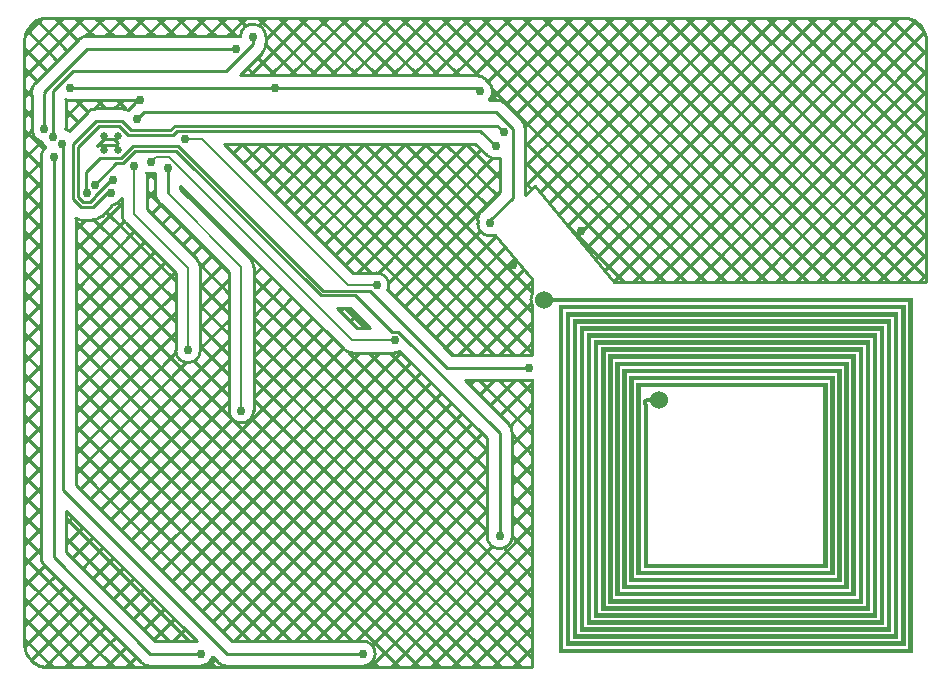
<source format=gbl>
G04 Layer_Physical_Order=2*
G04 Layer_Color=16711680*
%FSLAX25Y25*%
%MOIN*%
G70*
G01*
G75*
%ADD11C,0.01000*%
%ADD56C,0.06000*%
%ADD57C,0.02598*%
%ADD58C,0.03017*%
%ADD59C,0.00800*%
%ADD60C,0.01181*%
%ADD61C,0.00050*%
G36*
X335216Y44390D02*
X217500D01*
Y160138D01*
X332854D01*
Y46752D01*
X219862D01*
Y157776D01*
X330492D01*
Y49114D01*
X222224D01*
Y155413D01*
X328130D01*
Y51476D01*
X224587D01*
Y153051D01*
X325768D01*
Y53839D01*
X226949D01*
Y150689D01*
X323406D01*
Y56201D01*
X229311D01*
Y148327D01*
X321043D01*
Y58563D01*
X231673D01*
Y145965D01*
X318681D01*
Y60925D01*
X234035D01*
Y143602D01*
X316319D01*
Y63287D01*
X236398D01*
Y141240D01*
X313957D01*
Y65650D01*
X238760D01*
Y138878D01*
X311595D01*
Y68012D01*
X241122D01*
Y136516D01*
X309232D01*
Y70374D01*
X243484D01*
Y134153D01*
X306870D01*
Y72736D01*
X245847D01*
Y127067D01*
X247028D01*
Y73917D01*
X305689D01*
Y132972D01*
X244665D01*
Y71555D01*
X308051D01*
Y135335D01*
X242303D01*
Y69193D01*
X310413D01*
Y137697D01*
X239941D01*
Y66831D01*
X312776D01*
Y140059D01*
X237579D01*
Y64468D01*
X315138D01*
Y142421D01*
X235216D01*
Y62106D01*
X317500D01*
Y144783D01*
X232854D01*
Y59744D01*
X319862D01*
Y147146D01*
X230492D01*
Y57382D01*
X322224D01*
Y149508D01*
X228130D01*
Y55020D01*
X324587D01*
Y151870D01*
X225768D01*
Y52658D01*
X326949D01*
Y154232D01*
X223406D01*
Y50295D01*
X329311D01*
Y156595D01*
X221043D01*
Y47933D01*
X331673D01*
Y158957D01*
X218681D01*
Y45571D01*
X334035D01*
Y161319D01*
X217500D01*
Y162500D01*
X335216D01*
Y44390D01*
D02*
G37*
D11*
X206408Y218763D02*
G03*
X205178Y221733I-4200J0D01*
G01*
X199641Y227270D02*
G03*
X196672Y228500I-2970J-2970D01*
G01*
X199641Y227270D02*
G03*
X196672Y228500I-2970J-2970D01*
G01*
X206408Y218763D02*
G03*
X205178Y221733I-4200J0D01*
G01*
X193070Y235470D02*
G03*
X190100Y236700I-2970J-2970D01*
G01*
X193070Y235470D02*
G03*
X190100Y236700I-2970J-2970D01*
G01*
X195522Y231278D02*
G03*
X194292Y234248I-4200J0D01*
G01*
X119900Y249500D02*
G03*
X111500Y249500I-4200J0D01*
G01*
X118670Y244130D02*
G03*
X119900Y247100I-2970J2970D01*
G01*
X118670Y244130D02*
G03*
X119900Y247100I-2970J2970D01*
G01*
X111500Y249423D02*
G03*
X110000Y249700I-1500J-3923D01*
G01*
X193530Y210030D02*
G03*
X198008Y209080I2970J2970D01*
G01*
X194472Y228500D02*
G03*
X195522Y231278I-3150J2778D01*
G01*
X191730Y191370D02*
G03*
X190500Y188400I2970J-2970D01*
G01*
X191730Y191370D02*
G03*
X190500Y188400I2970J-2970D01*
G01*
Y187300D02*
G03*
X196408Y183463I4200J0D01*
G01*
X115860Y172740D02*
G03*
X114659Y175639I-4100J0D01*
G01*
X115860Y172740D02*
G03*
X114659Y175639I-4100J0D01*
G01*
X208800Y163920D02*
G03*
X208800Y159899I3791J-2010D01*
G01*
Y143279D02*
G03*
X207800Y143400I-1000J-4079D01*
G01*
Y135000D02*
G03*
X208800Y135121I0J4200D01*
G01*
X202100Y117365D02*
G03*
X200870Y120335I-4200J0D01*
G01*
X202100Y117365D02*
G03*
X200870Y120335I-4200J0D01*
G01*
X193700Y83100D02*
G03*
X202100Y83100I4200J0D01*
G01*
X160578Y164938D02*
G03*
X160967Y166681I-3711J1743D01*
G01*
D02*
G03*
X156867Y170781I-4100J0D01*
G01*
X162993Y144200D02*
G03*
X164736Y144589I0J4100D01*
G01*
X145872Y145401D02*
G03*
X148772Y144200I2899J2899D01*
G01*
X145872Y145401D02*
G03*
X148772Y144200I2899J2899D01*
G01*
X152200Y39700D02*
G03*
X156400Y43900I0J4200D01*
G01*
D02*
G03*
X152200Y48100I-4200J0D01*
G01*
X107660Y124899D02*
G03*
X115860Y124899I4100J0D01*
G01*
X104030Y40930D02*
G03*
X107000Y39700I2970J2970D01*
G01*
X104030Y40930D02*
G03*
X107000Y39700I2970J2970D01*
G01*
X78119Y228300D02*
G03*
X76430Y227270I1281J-4000D01*
G01*
X78119Y228300D02*
G03*
X76430Y227270I1281J-4000D01*
G01*
X80200Y204125D02*
G03*
X83000Y203979I1600J3775D01*
G01*
X74121Y224960D02*
G03*
X71894Y225599I-2227J-3561D01*
G01*
X74121Y224960D02*
G03*
X71894Y225599I-2227J-3561D01*
G01*
X63478D02*
G03*
X60508Y224369I0J-4200D01*
G01*
X64787Y213360D02*
G03*
X63808Y213244I0J-4200D01*
G01*
X64787Y213360D02*
G03*
X63808Y213244I0J-4200D01*
G01*
X83000Y197300D02*
G03*
X84945Y193757I4200J0D01*
G01*
X98100Y172400D02*
G03*
X96899Y175299I-4100J0D01*
G01*
X98100Y172400D02*
G03*
X96899Y175299I-4100J0D01*
G01*
X72000Y190300D02*
G03*
X73201Y187401I4100J0D01*
G01*
X68800Y193343D02*
G03*
X72000Y195711I-600J4157D01*
G01*
X62209Y188492D02*
G03*
X65179Y189722I0J4200D01*
G01*
X62209Y188492D02*
G03*
X65179Y189722I0J4200D01*
G01*
X72000Y190300D02*
G03*
X73201Y187401I4100J0D01*
G01*
X60400Y249700D02*
G03*
X57430Y248470I0J-4200D01*
G01*
X60400Y249700D02*
G03*
X57430Y248470I0J-4200D01*
G01*
X43030Y234070D02*
G03*
X41900Y230189I2970J-2970D01*
G01*
X43030Y234070D02*
G03*
X41900Y230189I2970J-2970D01*
G01*
X63478Y225599D02*
G03*
X60508Y224369I0J-4200D01*
G01*
X53200Y228506D02*
G03*
X54500Y228300I1300J3994D01*
G01*
X54361Y218223D02*
G03*
X53200Y218737I-2261J-3539D01*
G01*
X54361Y218223D02*
G03*
X53200Y218737I-2261J-3539D01*
G01*
X56608Y188889D02*
G03*
X58391Y188492I1783J3803D01*
G01*
X56608Y188889D02*
G03*
X58391Y188492I1783J3803D01*
G01*
X46570Y212575D02*
G03*
X45000Y209300I2630J-3274D01*
G01*
X45066Y214529D02*
G03*
X46570Y212575I3934J1471D01*
G01*
X41900Y218600D02*
G03*
X45066Y214529I4200J0D01*
G01*
X89900Y145000D02*
G03*
X98100Y145000I4100J0D01*
G01*
X98200Y39700D02*
G03*
X102233Y42727I0J4200D01*
G01*
X78430Y40930D02*
G03*
X81400Y39700I2970J2970D01*
G01*
X78430Y40930D02*
G03*
X81400Y39700I2970J2970D01*
G01*
X45000Y76100D02*
G03*
X46230Y73130I4200J0D01*
G01*
X45000Y76100D02*
G03*
X46230Y73130I4200J0D01*
G01*
X314305Y255906D02*
X340000Y230211D01*
X307517Y255906D02*
X340000Y223423D01*
X300729Y255906D02*
X340000Y216635D01*
X293941Y255906D02*
X340000Y209846D01*
X287153Y255906D02*
X340000Y203058D01*
X332126Y255906D02*
X332621Y255890D01*
X327882Y255906D02*
X340000Y243788D01*
X321094Y255906D02*
X340000Y236999D01*
X333113Y255843D02*
X333602Y255766D01*
X332621Y255890D02*
X333113Y255843D01*
X273576Y255906D02*
X340000Y189482D01*
X266788Y255906D02*
X340000Y182693D01*
X253211Y255906D02*
X340000Y169117D01*
X280364Y255906D02*
X340000Y196270D01*
X260000Y255906D02*
X340000Y175905D01*
X226723Y179206D02*
X303423Y255906D01*
X229786Y175480D02*
X310211Y255906D01*
X223661Y182931D02*
X296635Y255906D01*
X235911Y168029D02*
X323788Y255906D01*
X232849Y171755D02*
X317000Y255906D01*
X206267Y219844D02*
X242329Y255906D01*
X206408Y213196D02*
X249117Y255906D01*
X203273Y223638D02*
X235541Y255906D01*
X206408Y206408D02*
X255906Y255906D01*
X206408Y206408D02*
X255906Y255906D01*
X189182Y236700D02*
X208388Y255906D01*
X193905Y234634D02*
X215176Y255906D01*
X182394Y236700D02*
X201600Y255906D01*
X199879Y227032D02*
X228753Y255906D01*
X194559Y228500D02*
X221964Y255906D01*
X214473Y194108D02*
X276270Y255906D01*
X217535Y190382D02*
X283058Y255906D01*
X192117D02*
X280223Y167800D01*
X220598Y186657D02*
X289847Y255906D01*
X198906D02*
X287011Y167800D01*
X206408Y199620D02*
X262694Y255906D01*
X178541D02*
X266647Y167800D01*
X211410Y197833D02*
X269482Y255906D01*
X185329D02*
X273435Y167800D01*
X337516Y253771D02*
X337866Y253422D01*
X338193Y253050D01*
X337145Y254098D02*
X337516Y253771D01*
X338496Y252660D02*
X338774Y252251D01*
X338193Y253050D02*
X338496Y252660D01*
X335479Y255156D02*
X335919Y254931D01*
X336345Y254680D01*
X335024Y255353D02*
X335479Y255156D01*
X336754Y254402D02*
X337145Y254098D01*
X336345Y254680D02*
X336754Y254402D01*
X339753Y249990D02*
X339861Y249507D01*
X339938Y249019D01*
X339615Y250465D02*
X339753Y249990D01*
X339985Y248526D02*
X340000Y248031D01*
X339938Y249019D02*
X339985Y248526D01*
X338774Y252251D02*
X339026Y251825D01*
X339251Y251384D01*
X335374Y255202D02*
X339296Y251280D01*
X339447Y250930D02*
X339615Y250465D01*
X339251Y251384D02*
X339447Y250930D01*
X334084Y255658D02*
X334559Y255520D01*
X335024Y255353D01*
X333602Y255766D02*
X334084Y255658D01*
X206408Y200885D02*
X208522Y198771D01*
X199641Y227270D02*
X205178Y221733D01*
X198008Y197648D02*
Y209080D01*
X256047Y167800D02*
X339366Y251119D01*
X262835Y167800D02*
X340000Y244965D01*
X249259Y167800D02*
X336215Y254757D01*
X269623Y167800D02*
X340000Y238176D01*
X220419Y186874D02*
X239493Y167800D01*
X209741Y199863D02*
X236100Y167800D01*
X206408Y196877D02*
Y218763D01*
Y196877D02*
X209741Y199863D01*
X196408Y183463D02*
X208800Y168860D01*
X162030Y236700D02*
X181235Y255906D01*
X164964D02*
X184170Y236700D01*
X158176Y255906D02*
X177382Y236700D01*
X175606D02*
X194811Y255906D01*
X168818Y236700D02*
X188023Y255906D01*
X131023D02*
X150229Y236700D01*
X148453D02*
X167658Y255906D01*
X128088Y236700D02*
X147294Y255906D01*
X155241Y236700D02*
X174447Y255906D01*
X151388D02*
X170594Y236700D01*
X171753Y255906D02*
X191072Y236586D01*
X193070Y235470D02*
X194292Y234248D01*
X134877Y236700D02*
X154082Y255906D01*
X137812D02*
X157017Y236700D01*
X124235Y255906D02*
X143441Y236700D01*
X144600Y255906D02*
X163805Y236700D01*
X141665D02*
X160870Y255906D01*
X117520Y253285D02*
X120141Y255906D01*
X119900Y248876D02*
X126929Y255906D01*
X110659D02*
X113492Y253073D01*
X107147Y249700D02*
X113353Y255906D01*
X103871D02*
X110077Y249699D01*
X119900Y247100D02*
Y249500D01*
X117447Y255906D02*
X136653Y236700D01*
X121300D02*
X140506Y255906D01*
X114512Y236700D02*
X133717Y255906D01*
X123100Y236700D02*
X190100D01*
X119879Y246685D02*
X129864Y236700D01*
X117158Y242618D02*
X123076Y236700D01*
X111240D02*
X118670Y244130D01*
X113764Y239224D02*
X116288Y236700D01*
X111240D02*
X123100D01*
X194472Y228500D02*
X196672D01*
X186597Y213908D02*
X198008Y202497D01*
X179809Y213908D02*
X197039Y196678D01*
X191730Y191370D02*
X198008Y197648D01*
X189652Y213908D02*
X193530Y210030D01*
X173021Y213908D02*
X193645Y193284D01*
X166232Y213908D02*
X190645Y189495D01*
X157192Y170768D02*
X195377Y208953D01*
X150416Y170781D02*
X191598Y211963D01*
X190500Y187300D02*
Y188400D01*
X146323Y173476D02*
X186755Y213908D01*
X142929Y176870D02*
X179967Y213908D01*
X149017Y170781D02*
X156867D01*
X139534Y180264D02*
X173179Y213908D01*
X125958Y193840D02*
X146026Y213908D01*
X129352Y190446D02*
X152814Y213908D01*
X122564Y197234D02*
X139238Y213908D01*
X132746Y187052D02*
X159602Y213908D01*
X105890D02*
X189652D01*
X115776Y204023D02*
X125661Y213908D01*
X119170Y200628D02*
X132450Y213908D01*
X112381Y207417D02*
X118873Y213908D01*
X108987Y210811D02*
X112085Y213908D01*
X104420Y185879D02*
X104907Y186366D01*
X136140Y183658D02*
X166391Y213908D01*
X111927D02*
X155054Y170781D01*
X105890Y213908D02*
X149017Y170781D01*
X115860Y170166D02*
X118484Y172790D01*
X111208Y179090D02*
X111696Y179578D01*
X107814Y182484D02*
X108301Y182972D01*
X114602Y175696D02*
X115090Y176184D01*
X303565Y167800D02*
X340000Y204235D01*
Y167800D02*
Y248031D01*
X296776Y167800D02*
X340000Y211024D01*
X337506Y167800D02*
X340000Y170294D01*
X323929Y167800D02*
X340000Y183871D01*
X276412Y167800D02*
X340000Y231388D01*
X283200Y167800D02*
X340000Y224600D01*
X242471Y167800D02*
X330576Y255906D01*
X317141Y167800D02*
X340000Y190659D01*
X310353Y167800D02*
X340000Y197447D01*
X246423Y255906D02*
X334529Y167800D01*
X289988D02*
X340000Y217812D01*
X239635Y255906D02*
X327741Y167800D01*
X330717D02*
X340000Y177083D01*
X236100Y167800D02*
X340000Y167800D01*
X226059Y255906D02*
X314164Y167800D01*
X232847Y255906D02*
X320952Y167800D01*
X219270Y255906D02*
X307376Y167800D01*
X212482Y255906D02*
X300588Y167800D01*
X208800Y143279D02*
Y159899D01*
X206408Y214462D02*
X253070Y167800D01*
X205694Y255906D02*
X293799Y167800D01*
X195408Y232250D02*
X259858Y167800D01*
X206408Y207673D02*
X246282Y167800D01*
X159444Y213908D02*
X208800Y164553D01*
X152656Y213908D02*
X208800Y157764D01*
X176334Y149181D02*
X202930Y175777D01*
X145868Y213908D02*
X208800Y150976D01*
Y163920D02*
Y168860D01*
X184129Y143400D02*
X208800Y168071D01*
X197706Y143400D02*
X208800Y154494D01*
X139080Y213908D02*
X208800Y144188D01*
X204494Y143400D02*
X208800Y147706D01*
X115860Y148881D02*
X208800Y55941D01*
X179728Y145787D02*
X206046Y172105D01*
X132291Y213908D02*
X202800Y143400D01*
X190918D02*
X208420Y160902D01*
X115860Y155669D02*
X208800Y62729D01*
X204412Y135000D02*
X208800Y130612D01*
X202100Y113853D02*
X208800Y120553D01*
X201295Y119837D02*
X208800Y127341D01*
X202100Y116947D02*
X208800Y110247D01*
X202100Y107065D02*
X208800Y113765D01*
X202100Y100277D02*
X208800Y106976D01*
X202100Y110159D02*
X208800Y103458D01*
X202100Y103370D02*
X208800Y96670D01*
Y39370D02*
Y135121D01*
X202100Y93488D02*
X208800Y100188D01*
X202100Y86700D02*
X208800Y93400D01*
X202100Y96582D02*
X208800Y89882D01*
X202100Y89794D02*
X208800Y83094D01*
X202100Y83100D02*
Y117365D01*
X202288Y39370D02*
X208800Y45882D01*
X202099Y83007D02*
X208800Y76306D01*
X197623Y135000D02*
X208800Y123823D01*
X190835Y135000D02*
X208800Y117035D01*
X186204Y135000D02*
X207800D01*
X199208Y79109D02*
X208800Y69517D01*
X197938Y123267D02*
X208800Y134130D01*
X194543Y126661D02*
X202882Y135000D01*
X186204D02*
X200870Y120335D01*
X182116Y143400D02*
X207800D01*
X115860Y135304D02*
X208800Y42364D01*
X181923Y39370D02*
X208800Y66247D01*
X115860Y142093D02*
X208800Y49153D01*
X195499Y39370D02*
X208800Y52671D01*
X188711Y39370D02*
X208800Y59459D01*
X161558Y39370D02*
X208800Y86612D01*
X115860Y128516D02*
X205006Y39370D01*
X175135D02*
X208800Y73035D01*
X168347Y39370D02*
X208800Y79824D01*
X162758Y162758D02*
X198008Y198008D01*
X162758Y162758D02*
X198008Y198008D01*
X160853Y167641D02*
X198008Y204797D01*
X172940Y152576D02*
X199814Y179449D01*
X169546Y155970D02*
X196698Y183121D01*
X166152Y159364D02*
X191440Y184652D01*
X148041Y154829D02*
X150136Y156924D01*
X147979Y159081D02*
X154660Y152400D01*
X160674Y165161D02*
X182435Y143400D01*
X164736Y144589D02*
X193700Y115625D01*
X160578Y164938D02*
X182116Y143400D01*
X161270Y144200D02*
X193700Y111770D01*
X154482Y144200D02*
X193700Y104982D01*
X152400Y152400D02*
X153530Y153530D01*
X152400Y152400D02*
X153530Y153530D01*
X150470Y152400D02*
X154660D01*
X148772Y144200D02*
X162993D01*
X143789Y159081D02*
X150470Y152400D01*
X146389Y159081D02*
X153070Y152400D01*
X125503Y213908D02*
X196011Y143400D01*
X115860Y156589D02*
X125272Y166001D01*
X115860Y149801D02*
X128666Y162607D01*
X115860Y163377D02*
X121878Y169395D01*
X144647Y158223D02*
X145504Y159081D01*
X143789D02*
X147979D01*
X118715Y213908D02*
X189223Y143400D01*
X115860Y169246D02*
X193700Y91406D01*
X115860Y162458D02*
X193700Y84617D01*
X147488Y144406D02*
X193700Y98194D01*
X115860Y129436D02*
X138848Y152425D01*
X115860Y124899D02*
Y172740D01*
X107660Y124899D02*
Y171042D01*
X115860Y136225D02*
X135454Y155819D01*
X115860Y143013D02*
X132060Y159213D01*
X191149Y130055D02*
X196094Y135000D01*
X193700Y83100D02*
Y115625D01*
X136347Y48100D02*
X193700Y105453D01*
X149924Y48100D02*
X193700Y91877D01*
X143135Y48100D02*
X193700Y98665D01*
X187755Y133449D02*
X189306Y135000D01*
X155322Y46710D02*
X193700Y85088D01*
X129559Y48100D02*
X193700Y112241D01*
X154770Y39370D02*
X195245Y79845D01*
X155525Y41334D02*
X157489Y39370D01*
X150370Y39700D02*
X150700Y39370D01*
X147982D02*
X148312Y39700D01*
X143582D02*
X143912Y39370D01*
X134405D02*
X134735Y39700D01*
X130006D02*
X130336Y39370D01*
X141193D02*
X141524Y39700D01*
X136794D02*
X137124Y39370D01*
X105573Y51267D02*
X181815Y127510D01*
X109194Y48100D02*
X185210Y124116D01*
X102179Y54661D02*
X178421Y130904D01*
X122771Y48100D02*
X191998Y117327D01*
X115982Y48100D02*
X188604Y120721D01*
X108740Y48100D02*
X152200D01*
X102233Y42727D02*
X104030Y40930D01*
X115086Y122502D02*
X198218Y39370D01*
X127617D02*
X127947Y39700D01*
X107000D02*
X152200D01*
X123217D02*
X123547Y39370D01*
X120829D02*
X121159Y39700D01*
X109641D02*
X109971Y39370D01*
X107252D02*
X107582Y39700D01*
X116429D02*
X116759Y39370D01*
X114041D02*
X114371Y39700D01*
X90294Y255906D02*
X96500Y249700D01*
X93571D02*
X99776Y255906D01*
X86782Y249700D02*
X92988Y255906D01*
X100359Y249700D02*
X106564Y255906D01*
X97082D02*
X103288Y249700D01*
X73206D02*
X79412Y255906D01*
X76718D02*
X82923Y249700D01*
X69929Y255906D02*
X76135Y249700D01*
X83506Y255906D02*
X89711Y249700D01*
X79994D02*
X86200Y255906D01*
X77170Y228300D02*
X77450Y228020D01*
X80200Y191998D02*
Y204125D01*
X74130Y224970D02*
X76430Y227270D01*
X70382Y228300D02*
X73339Y225343D01*
X69925Y213360D02*
X70687Y214121D01*
X60400Y249700D02*
X110000D01*
X66418D02*
X72623Y255906D01*
X47244D02*
X332126D01*
X69470Y225599D02*
X72171Y228300D01*
X54500D02*
X78119D01*
X63141Y255906D02*
X69347Y249700D01*
X63594Y228300D02*
X66295Y225599D01*
X59541Y249611D02*
X65835Y255906D01*
X63478Y225599D02*
X71894D01*
X62586Y225503D02*
X65382Y228300D01*
X65963Y215399D02*
X69409D01*
X70687Y214121D01*
X63808Y213244D02*
X65963Y215399D01*
X64787Y213360D02*
X69925D01*
X63930Y213271D02*
X66058Y215399D01*
X64441Y213877D02*
X64958Y213360D01*
X97632Y192667D02*
X98119Y193154D01*
X101026Y189273D02*
X101513Y189760D01*
X94237Y196061D02*
X94725Y196548D01*
X91976Y180223D02*
X95227Y183474D01*
X88582Y183617D02*
X91833Y186869D01*
X91400Y198898D02*
Y199873D01*
X83000Y197300D02*
Y203979D01*
X85187Y187011D02*
X88439Y190263D01*
X81793Y190405D02*
X85045Y193657D01*
X91400Y198898D02*
X114659Y175639D01*
X97917Y173613D02*
X107660Y163869D01*
X84945Y193757D02*
X107660Y171042D01*
X98100Y159194D02*
X107660Y168754D01*
X98100Y165982D02*
X105410Y173292D01*
X98085Y172755D02*
X102016Y176686D01*
X95370Y176829D02*
X98621Y180080D01*
X80200Y202388D02*
X81616Y203804D01*
X81271Y203834D02*
X83000Y202106D01*
X80200Y195600D02*
X83000Y198400D01*
X70651Y194090D02*
X72000Y192741D01*
Y190300D02*
Y195711D01*
X65179Y189722D02*
X68800Y193343D01*
X80200Y191998D02*
X96899Y175299D01*
X80200Y198117D02*
X107660Y170658D01*
X66705Y191248D02*
X89900Y168053D01*
X73201Y187401D02*
X89900Y170702D01*
X62650Y188515D02*
X89900Y161265D01*
X56608Y178797D02*
X72000Y194188D01*
X56608Y165220D02*
X75995Y184607D01*
X56608Y172008D02*
X72664Y188064D01*
X46750Y255890D02*
X47244Y255906D01*
X46257Y255843D02*
X46750Y255890D01*
X45769Y255766D02*
X46257Y255843D01*
X45286Y255658D02*
X45769Y255766D01*
X44811Y255520D02*
X45286Y255658D01*
X44346Y255353D02*
X44811Y255520D01*
X43892Y255156D02*
X44346Y255353D01*
X43451Y254931D02*
X43892Y255156D01*
X43025Y254680D02*
X43451Y254931D01*
X42616Y254402D02*
X43025Y254680D01*
X56353Y255906D02*
X62559Y249700D01*
X49565Y255906D02*
X57215Y248255D01*
X43030Y234070D02*
X57430Y248470D01*
X42225Y254098D02*
X42616Y254402D01*
X43649Y255033D02*
X53821Y244861D01*
X41854Y253771D02*
X42225Y254098D01*
X41504Y253422D02*
X41854Y253771D01*
X41177Y253050D02*
X41504Y253422D01*
X39643Y250078D02*
X45197Y255632D01*
X40874Y252660D02*
X41177Y253050D01*
X40596Y252251D02*
X40874Y252660D01*
X40344Y251825D02*
X40596Y252251D01*
X40119Y251384D02*
X40344Y251825D01*
X39923Y250930D02*
X40119Y251384D01*
X39755Y250465D02*
X39923Y250930D01*
X39617Y249990D02*
X39755Y250465D01*
X40251Y251643D02*
X50427Y241467D01*
X39370Y236229D02*
X59047Y255906D01*
X39370Y243017D02*
X52259Y255906D01*
X39370Y238947D02*
X43639Y234679D01*
X39370Y245736D02*
X47033Y238073D01*
X39509Y249507D02*
X39617Y249990D01*
X39432Y249019D02*
X39509Y249507D01*
X39386Y248526D02*
X39432Y249019D01*
X39370Y248031D02*
X39386Y248526D01*
X56806Y228300D02*
X60624Y224481D01*
X53200Y222906D02*
X58594Y228300D01*
X54361Y218223D02*
X60508Y224369D01*
X53200Y225117D02*
X57228Y221089D01*
X53200Y218737D02*
Y228506D01*
X41900Y218600D02*
Y230189D01*
X58391Y188492D02*
X62209D01*
X56608Y185585D02*
X59515Y188492D01*
X39370Y175135D02*
X45000Y180765D01*
X39370Y184642D02*
X45000Y179012D01*
X39370Y209076D02*
X44876Y214582D01*
X39370Y211794D02*
X45000Y206165D01*
X39370Y218583D02*
X45969Y211984D01*
X39370Y205006D02*
X45000Y199376D01*
X39370Y202288D02*
X45000Y207917D01*
X39370Y229440D02*
X41889Y231959D01*
X39370Y225371D02*
X41900Y222841D01*
X39370Y232159D02*
X41900Y229629D01*
X39370Y215864D02*
X41905Y218399D01*
X39370Y222652D02*
X41900Y225182D01*
X39370Y177853D02*
X45000Y172223D01*
X39370Y168347D02*
X45000Y173976D01*
X39370Y181923D02*
X45000Y187553D01*
X39370Y161558D02*
X45000Y167188D01*
X39370Y171065D02*
X45000Y165435D01*
X39370Y198218D02*
X45000Y192588D01*
X39370Y195499D02*
X45000Y201129D01*
X39370Y191430D02*
X45000Y185800D01*
X39370Y188711D02*
X45000Y194341D01*
X98100Y166641D02*
X107660Y157081D01*
X98100Y152406D02*
X107660Y161966D01*
X91400Y199873D02*
X145872Y145401D01*
X98100Y145618D02*
X107660Y155177D01*
X98100Y159853D02*
X107660Y150293D01*
X98100Y145000D02*
Y172400D01*
Y153065D02*
X107660Y143505D01*
X89900Y145000D02*
Y170702D01*
X98100Y146276D02*
X107660Y136716D01*
X85208Y71632D02*
X157776Y144200D01*
X88602Y68238D02*
X164845Y144480D01*
X81814Y75026D02*
X150988Y144200D01*
X95390Y61449D02*
X171633Y137692D01*
X91996Y64843D02*
X168239Y141086D01*
X78420Y78420D02*
X145637Y145637D01*
X78420Y78420D02*
X145637Y145637D01*
X75026Y81814D02*
X142243Y149031D01*
X96106Y141482D02*
X107660Y129928D01*
X64843Y91996D02*
X107660Y134813D01*
X56608Y180980D02*
X89900Y147688D01*
X56608Y131279D02*
X89900Y164570D01*
X56608Y187768D02*
X89900Y154476D01*
X56608Y110914D02*
X89965Y144271D01*
X56608Y117702D02*
X89900Y150994D01*
X56608Y151644D02*
X82783Y177819D01*
X56608Y144855D02*
X86177Y174424D01*
X56608Y158432D02*
X79389Y181213D01*
X56608Y124491D02*
X89900Y157782D01*
X56608Y138067D02*
X89571Y171030D01*
X56608Y167403D02*
X184642Y39370D01*
X56608Y160615D02*
X177853Y39370D01*
X56608Y174191D02*
X191430Y39370D01*
X56608Y147038D02*
X164277Y39370D01*
X56608Y153827D02*
X171065Y39370D01*
X61449Y95390D02*
X107660Y141601D01*
X58055Y98785D02*
X107660Y148389D01*
X56608Y140250D02*
X148759Y48100D01*
X56608Y104126D02*
X93423Y140941D01*
X98785Y58055D02*
X175027Y134298D01*
X95618Y48100D02*
X96239Y48721D01*
X83140Y48100D02*
X96860D01*
X81400Y39700D02*
X98200D01*
X79196Y52043D02*
X86057Y58904D01*
X82590Y48649D02*
X89451Y55510D01*
X75802Y55437D02*
X82662Y62298D01*
X88829Y48100D02*
X92845Y52115D01*
X100464Y39370D02*
X103027Y41933D01*
X101388Y41165D02*
X103183Y39370D01*
X96065Y39700D02*
X96394Y39370D01*
X93676D02*
X94006Y39700D01*
X89276D02*
X89606Y39370D01*
X80099D02*
X80522Y39793D01*
X86888Y39370D02*
X87218Y39700D01*
X82488D02*
X82818Y39370D01*
X56608Y126674D02*
X135182Y48100D01*
X56608Y113097D02*
X121606Y48100D01*
X56608Y133462D02*
X141970Y48100D01*
X56608Y100231D02*
X108740Y48100D01*
X56608Y106309D02*
X114818Y48100D01*
X68238Y88602D02*
X107660Y128025D01*
X71632Y85208D02*
X108651Y122227D01*
X53400Y91560D02*
X96860Y48100D01*
X72408Y58832D02*
X79268Y65692D01*
X69014Y62226D02*
X75874Y69086D01*
X53400Y89153D02*
X94453Y48100D01*
X56608Y119886D02*
X128394Y48100D01*
X53400Y82365D02*
X87665Y48100D01*
X53400Y77840D02*
X83140Y48100D01*
X47244Y39370D02*
X208800D01*
X46230Y73130D02*
X78430Y40930D01*
X39370Y76030D02*
X76030Y39370D01*
X73311D02*
X76651Y42710D01*
X66523Y39370D02*
X73257Y46104D01*
X39370Y137124D02*
X45000Y131494D01*
X56608Y100231D02*
Y188889D01*
X39370Y127617D02*
X45000Y133247D01*
X39370Y120829D02*
X45000Y126459D01*
X39370Y130336D02*
X45000Y124706D01*
X39370Y154770D02*
X45000Y160400D01*
X39370Y141193D02*
X45000Y146824D01*
X39370Y164277D02*
X45000Y158647D01*
X39370Y134405D02*
X45000Y140035D01*
X39370Y143912D02*
X45000Y138282D01*
X55437Y75802D02*
X62298Y82662D01*
X58832Y72408D02*
X65692Y79268D01*
X53400Y80553D02*
X58904Y86057D01*
X65620Y65620D02*
X72480Y72480D01*
X62226Y69014D02*
X69086Y75874D01*
X53400Y87341D02*
X55510Y89451D01*
X53400Y77840D02*
Y91560D01*
X45000Y76100D02*
Y209300D01*
X39370Y107252D02*
X45000Y112882D01*
X39370Y109971D02*
X45000Y104341D01*
X39370Y116759D02*
X45000Y111129D01*
X39370Y103183D02*
X45000Y97553D01*
X39370Y100464D02*
X45000Y106094D01*
X39370Y147982D02*
X45000Y153612D01*
X39370Y150700D02*
X45000Y145070D01*
X39370Y157489D02*
X45000Y151859D01*
X39370Y114041D02*
X45000Y119670D01*
X39370Y123547D02*
X45000Y117918D01*
X39370Y96394D02*
X45000Y90765D01*
X39370Y86888D02*
X45000Y92518D01*
X39370Y93676D02*
X45000Y99306D01*
X39370Y66523D02*
X46106Y73259D01*
X39370Y89606D02*
X45000Y83976D01*
X39370Y80099D02*
X45000Y85729D01*
X39370Y47244D02*
Y248031D01*
Y73311D02*
X45000Y78941D01*
X39370Y82818D02*
X45000Y77188D01*
X65620Y65620D02*
X72480Y72480D01*
X41679Y41679D02*
X59680Y59680D01*
X41679Y41679D02*
X59680Y59680D01*
X43892Y40119D02*
X44346Y39923D01*
X43451Y40344D02*
X43892Y40119D01*
X41854Y41504D02*
X42225Y41177D01*
X42616Y40874D01*
X41504Y41854D02*
X41854Y41504D01*
X43025Y40596D02*
X43451Y40344D01*
X42616Y40874D02*
X43025Y40596D01*
X52947Y39370D02*
X66468Y52892D01*
X59735Y39370D02*
X69863Y49498D01*
X46225Y39437D02*
X63074Y56286D01*
X46750Y39386D02*
X47244Y39370D01*
X46257Y39432D02*
X46750Y39386D01*
X44811Y39755D02*
X45286Y39617D01*
X44346Y39923D02*
X44811Y39755D01*
X45769Y39509D02*
X46257Y39432D01*
X45286Y39617D02*
X45769Y39509D01*
X39370Y52947D02*
X52892Y66468D01*
X39437Y46225D02*
X56286Y63074D01*
X39370Y59735D02*
X49498Y69863D01*
X39923Y44346D02*
X40119Y43892D01*
X39755Y44811D02*
X39923Y44346D01*
X39386Y46750D02*
X39432Y46257D01*
X39509Y45769D01*
X39370Y47244D02*
X39386Y46750D01*
X39617Y45286D02*
X39755Y44811D01*
X39509Y45769D02*
X39617Y45286D01*
X39370Y62453D02*
X62453Y39370D01*
X39370Y55665D02*
X55665Y39370D01*
X39370Y69242D02*
X69242Y39370D01*
X41177Y42225D02*
X41504Y41854D01*
X39370Y48877D02*
X48877Y39370D01*
X40344Y43451D02*
X40596Y43025D01*
X40119Y43892D02*
X40344Y43451D01*
X40874Y42616D02*
X41177Y42225D01*
X40596Y43025D02*
X40874Y42616D01*
X138256Y163281D02*
X149719D01*
X90129Y211408D02*
X138256Y163281D01*
X76459Y211408D02*
X90129D01*
X138919Y164881D02*
X154695D01*
X90592Y213208D02*
X138919Y164881D01*
X75713Y213208D02*
X90592D01*
X87200Y197300D02*
Y205900D01*
X191392Y218108D02*
X196500Y213000D01*
X90337Y218108D02*
X191392D01*
X52408Y98492D02*
Y214375D01*
X77100Y222000D02*
X79400Y224300D01*
X74893Y218400D02*
X88083D01*
X74147Y216600D02*
X88828D01*
X89591Y219908D02*
X197092D01*
X46000Y231100D02*
X60400Y245500D01*
X196672Y224300D02*
X202208Y218763D01*
X79400Y224300D02*
X196672D01*
X194700Y187300D02*
Y188400D01*
X202208Y195908D01*
Y218763D01*
X197092Y219908D02*
X199400Y217600D01*
X55692Y195391D02*
X58391Y192692D01*
X62209D01*
X67017Y197500D01*
X68200D01*
X60092Y204464D02*
X64787Y209160D01*
X68445Y201717D02*
X68908D01*
X57492Y196137D02*
X59137Y194492D01*
X61463D01*
X63108Y196137D01*
Y196380D01*
X68445Y201717D01*
X60092Y197508D02*
X60300Y197300D01*
X60092Y197508D02*
Y204464D01*
X52408Y98492D02*
X107000Y43900D01*
X149719Y163281D02*
X161892Y151108D01*
X164156D01*
X197900Y117365D01*
Y83100D02*
Y117365D01*
X154695Y164881D02*
X180376Y139200D01*
X207800D01*
X81400Y43900D02*
X98200D01*
X107000D02*
X152200D01*
X57492Y196137D02*
Y212867D01*
X55692Y195391D02*
Y213613D01*
X52100Y214683D02*
X52408Y214375D01*
X52100Y213700D02*
Y214683D01*
X88828Y216600D02*
X90337Y218108D01*
X88083Y218400D02*
X89591Y219908D01*
X106700Y238100D02*
X115700Y247100D01*
Y249500D01*
X62900Y200200D02*
X70060Y207360D01*
X72410D01*
X76459Y211408D01*
X64787Y209160D02*
X71665D01*
X75713Y213208D01*
X57492Y212867D02*
X64223Y219599D01*
X71148D01*
X74147Y216600D01*
X55692Y213613D02*
X63478Y221399D01*
X71894D01*
X74893Y218400D01*
X60400Y245500D02*
X110000D01*
X55700Y238100D02*
X106700D01*
X190100Y232500D02*
X191322Y231278D01*
X54500Y232500D02*
X123100D01*
X190100D01*
X46000Y231100D02*
X46400Y230700D01*
X46100Y230400D02*
X46400Y230700D01*
X49000Y231400D02*
X55700Y238100D01*
X46100Y218600D02*
Y230400D01*
X49000Y216000D02*
Y231400D01*
X49200Y76100D02*
Y209300D01*
Y76100D02*
X81400Y43900D01*
D56*
X212591Y161909D02*
D03*
X251000Y128500D02*
D03*
D57*
X65862Y216484D02*
D03*
X70587D02*
D03*
X65862Y211760D02*
D03*
X70587D02*
D03*
D58*
X77100Y222000D02*
D03*
X92900Y215300D02*
D03*
X194700Y187300D02*
D03*
X76100Y206300D02*
D03*
X78119Y228300D02*
D03*
X60300Y197300D02*
D03*
X62900Y200200D02*
D03*
X68200Y197500D02*
D03*
X196500Y213000D02*
D03*
X199400Y217600D02*
D03*
X68908Y201717D02*
D03*
X162993Y148300D02*
D03*
X207800Y139200D02*
D03*
X197900Y83100D02*
D03*
X156867Y166681D02*
D03*
X98200Y43900D02*
D03*
X152200D02*
D03*
X111760Y124899D02*
D03*
X94000Y145000D02*
D03*
X52100Y213700D02*
D03*
X115700Y249500D02*
D03*
X110000Y245500D02*
D03*
X54500Y232500D02*
D03*
X191322Y231278D02*
D03*
X123100Y232500D02*
D03*
X225000Y184900D02*
D03*
X202300Y173300D02*
D03*
X81800Y207900D02*
D03*
X87200Y205900D02*
D03*
X46100Y218600D02*
D03*
X49000Y216000D02*
D03*
X49200Y209300D02*
D03*
D59*
X87672Y209400D02*
X148772Y148300D01*
X83300Y209400D02*
X87672D01*
X81800Y207900D02*
X83300Y209400D01*
X111760Y124899D02*
Y172740D01*
X87200Y197300D02*
X111760Y172740D01*
X92900Y215300D02*
X98700D01*
X147319Y166681D02*
X156867D01*
X98700Y215300D02*
X147319Y166681D01*
X76100Y190300D02*
Y206300D01*
Y190300D02*
X94000Y172400D01*
Y145000D02*
Y172400D01*
X148772Y148300D02*
X162993D01*
D60*
X246437Y127067D02*
Y127937D01*
X247000Y128500D01*
X251000D01*
X212591Y161909D02*
X217500D01*
D61*
X335216Y44390D02*
Y162500D01*
X217500D02*
X335216D01*
X217500Y161319D02*
X334035D01*
Y45571D02*
Y161319D01*
X218681Y45571D02*
X334035D01*
X218681D02*
Y158957D01*
X331673D01*
Y47933D02*
Y158957D01*
X221043Y47933D02*
X331673D01*
X221043D02*
Y156595D01*
X329311D01*
Y50295D02*
Y156595D01*
X223406Y50295D02*
X329311D01*
X223406D02*
Y154232D01*
X326949D01*
Y52658D02*
Y154232D01*
X225768Y52658D02*
X326949D01*
X225768D02*
Y151870D01*
X324587D01*
Y55020D02*
Y151870D01*
X228130Y55020D02*
X324587D01*
X228130D02*
Y149508D01*
X322224D01*
Y57382D02*
Y149508D01*
X230492Y57382D02*
X322224D01*
X230492D02*
Y147146D01*
X319862D01*
Y59744D02*
Y147146D01*
X232854Y59744D02*
X319862D01*
X232854D02*
Y144783D01*
X317500D01*
Y62106D02*
Y144783D01*
X235216Y62106D02*
X317500D01*
X235216D02*
Y142421D01*
X315138D01*
Y64468D02*
Y142421D01*
X237579Y64468D02*
X315138D01*
X237579D02*
Y140059D01*
X312776D01*
Y66831D02*
Y140059D01*
X239941Y66831D02*
X312776D01*
X239941D02*
Y137697D01*
X310413D01*
Y69193D02*
Y137697D01*
X242303Y69193D02*
X310413D01*
X242303D02*
Y135335D01*
X308051D01*
Y71555D02*
Y135335D01*
X244665Y71555D02*
X308051D01*
X244665D02*
Y132972D01*
X305689D01*
Y73917D02*
Y132972D01*
X247028Y73917D02*
X305689D01*
X247028D02*
Y127067D01*
X245847Y72736D02*
Y127067D01*
Y72736D02*
X306870D01*
Y134153D01*
X243484D02*
X306870D01*
X243484Y70374D02*
Y134153D01*
Y70374D02*
X309232D01*
Y136516D01*
X241122D02*
X309232D01*
X241122Y68012D02*
Y136516D01*
Y68012D02*
X311595D01*
Y138878D01*
X238760D02*
X311595D01*
X238760Y65650D02*
Y138878D01*
Y65650D02*
X313957D01*
Y141240D01*
X236398D02*
X313957D01*
X236398Y63287D02*
Y141240D01*
Y63287D02*
X316319D01*
Y143602D01*
X234035D02*
X316319D01*
X234035Y60925D02*
Y143602D01*
Y60925D02*
X318681D01*
Y145965D01*
X231673D02*
X318681D01*
X231673Y58563D02*
Y145965D01*
Y58563D02*
X321043D01*
Y148327D01*
X229311D02*
X321043D01*
X229311Y56201D02*
Y148327D01*
Y56201D02*
X323406D01*
Y150689D01*
X226949D02*
X323406D01*
X226949Y53839D02*
Y150689D01*
Y53839D02*
X325768D01*
Y153051D01*
X224587D02*
X325768D01*
X224587Y51476D02*
Y153051D01*
Y51476D02*
X328130D01*
Y155413D01*
X222224D02*
X328130D01*
X222224Y49114D02*
Y155413D01*
Y49114D02*
X330492D01*
Y157776D01*
X219862D02*
X330492D01*
X219862Y46752D02*
Y157776D01*
Y46752D02*
X332854D01*
Y160138D01*
X217500D02*
X332854D01*
X217500Y44390D02*
Y160138D01*
Y44390D02*
X335216D01*
X217500Y161909D02*
Y162500D01*
Y161319D02*
Y161909D01*
X245847Y127067D02*
X246437D01*
X247028D01*
M02*

</source>
